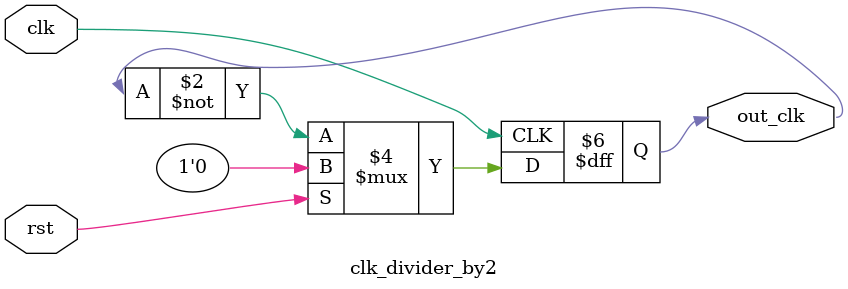
<source format=v>
module clk_divider_by2 ( clk ,rst,out_clk );
output reg out_clk;
input clk ;
input rst;
always @(posedge clk)
begin
if (rst)
     out_clk <= 1'b0;
else
     out_clk <= ~out_clk;	
end
endmodule
</source>
